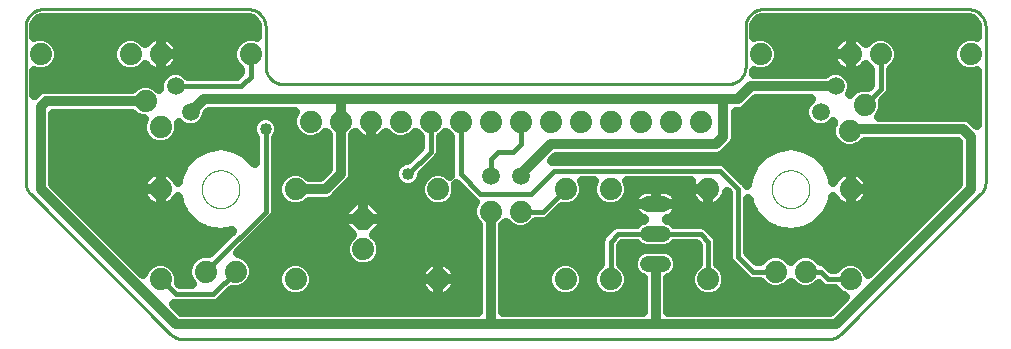
<source format=gtl>
G75*
%MOIN*%
%OFA0B0*%
%FSLAX25Y25*%
%IPPOS*%
%LPD*%
%AMOC8*
5,1,8,0,0,1.08239X$1,22.5*
%
%ADD10C,0.00000*%
%ADD11C,0.01000*%
%ADD12OC8,0.07400*%
%ADD13C,0.07400*%
%ADD14C,0.05200*%
%ADD15C,0.05937*%
%ADD16C,0.01600*%
%ADD17C,0.03200*%
%ADD18C,0.04000*%
D10*
X0063801Y0055100D02*
X0063803Y0055258D01*
X0063809Y0055416D01*
X0063819Y0055574D01*
X0063833Y0055732D01*
X0063851Y0055889D01*
X0063872Y0056046D01*
X0063898Y0056202D01*
X0063928Y0056358D01*
X0063961Y0056513D01*
X0063999Y0056666D01*
X0064040Y0056819D01*
X0064085Y0056971D01*
X0064134Y0057122D01*
X0064187Y0057271D01*
X0064243Y0057419D01*
X0064303Y0057565D01*
X0064367Y0057710D01*
X0064435Y0057853D01*
X0064506Y0057995D01*
X0064580Y0058135D01*
X0064658Y0058272D01*
X0064740Y0058408D01*
X0064824Y0058542D01*
X0064913Y0058673D01*
X0065004Y0058802D01*
X0065099Y0058929D01*
X0065196Y0059054D01*
X0065297Y0059176D01*
X0065401Y0059295D01*
X0065508Y0059412D01*
X0065618Y0059526D01*
X0065731Y0059637D01*
X0065846Y0059746D01*
X0065964Y0059851D01*
X0066085Y0059953D01*
X0066208Y0060053D01*
X0066334Y0060149D01*
X0066462Y0060242D01*
X0066592Y0060332D01*
X0066725Y0060418D01*
X0066860Y0060502D01*
X0066996Y0060581D01*
X0067135Y0060658D01*
X0067276Y0060730D01*
X0067418Y0060800D01*
X0067562Y0060865D01*
X0067708Y0060927D01*
X0067855Y0060985D01*
X0068004Y0061040D01*
X0068154Y0061091D01*
X0068305Y0061138D01*
X0068457Y0061181D01*
X0068610Y0061220D01*
X0068765Y0061256D01*
X0068920Y0061287D01*
X0069076Y0061315D01*
X0069232Y0061339D01*
X0069389Y0061359D01*
X0069547Y0061375D01*
X0069704Y0061387D01*
X0069863Y0061395D01*
X0070021Y0061399D01*
X0070179Y0061399D01*
X0070337Y0061395D01*
X0070496Y0061387D01*
X0070653Y0061375D01*
X0070811Y0061359D01*
X0070968Y0061339D01*
X0071124Y0061315D01*
X0071280Y0061287D01*
X0071435Y0061256D01*
X0071590Y0061220D01*
X0071743Y0061181D01*
X0071895Y0061138D01*
X0072046Y0061091D01*
X0072196Y0061040D01*
X0072345Y0060985D01*
X0072492Y0060927D01*
X0072638Y0060865D01*
X0072782Y0060800D01*
X0072924Y0060730D01*
X0073065Y0060658D01*
X0073204Y0060581D01*
X0073340Y0060502D01*
X0073475Y0060418D01*
X0073608Y0060332D01*
X0073738Y0060242D01*
X0073866Y0060149D01*
X0073992Y0060053D01*
X0074115Y0059953D01*
X0074236Y0059851D01*
X0074354Y0059746D01*
X0074469Y0059637D01*
X0074582Y0059526D01*
X0074692Y0059412D01*
X0074799Y0059295D01*
X0074903Y0059176D01*
X0075004Y0059054D01*
X0075101Y0058929D01*
X0075196Y0058802D01*
X0075287Y0058673D01*
X0075376Y0058542D01*
X0075460Y0058408D01*
X0075542Y0058272D01*
X0075620Y0058135D01*
X0075694Y0057995D01*
X0075765Y0057853D01*
X0075833Y0057710D01*
X0075897Y0057565D01*
X0075957Y0057419D01*
X0076013Y0057271D01*
X0076066Y0057122D01*
X0076115Y0056971D01*
X0076160Y0056819D01*
X0076201Y0056666D01*
X0076239Y0056513D01*
X0076272Y0056358D01*
X0076302Y0056202D01*
X0076328Y0056046D01*
X0076349Y0055889D01*
X0076367Y0055732D01*
X0076381Y0055574D01*
X0076391Y0055416D01*
X0076397Y0055258D01*
X0076399Y0055100D01*
X0076397Y0054942D01*
X0076391Y0054784D01*
X0076381Y0054626D01*
X0076367Y0054468D01*
X0076349Y0054311D01*
X0076328Y0054154D01*
X0076302Y0053998D01*
X0076272Y0053842D01*
X0076239Y0053687D01*
X0076201Y0053534D01*
X0076160Y0053381D01*
X0076115Y0053229D01*
X0076066Y0053078D01*
X0076013Y0052929D01*
X0075957Y0052781D01*
X0075897Y0052635D01*
X0075833Y0052490D01*
X0075765Y0052347D01*
X0075694Y0052205D01*
X0075620Y0052065D01*
X0075542Y0051928D01*
X0075460Y0051792D01*
X0075376Y0051658D01*
X0075287Y0051527D01*
X0075196Y0051398D01*
X0075101Y0051271D01*
X0075004Y0051146D01*
X0074903Y0051024D01*
X0074799Y0050905D01*
X0074692Y0050788D01*
X0074582Y0050674D01*
X0074469Y0050563D01*
X0074354Y0050454D01*
X0074236Y0050349D01*
X0074115Y0050247D01*
X0073992Y0050147D01*
X0073866Y0050051D01*
X0073738Y0049958D01*
X0073608Y0049868D01*
X0073475Y0049782D01*
X0073340Y0049698D01*
X0073204Y0049619D01*
X0073065Y0049542D01*
X0072924Y0049470D01*
X0072782Y0049400D01*
X0072638Y0049335D01*
X0072492Y0049273D01*
X0072345Y0049215D01*
X0072196Y0049160D01*
X0072046Y0049109D01*
X0071895Y0049062D01*
X0071743Y0049019D01*
X0071590Y0048980D01*
X0071435Y0048944D01*
X0071280Y0048913D01*
X0071124Y0048885D01*
X0070968Y0048861D01*
X0070811Y0048841D01*
X0070653Y0048825D01*
X0070496Y0048813D01*
X0070337Y0048805D01*
X0070179Y0048801D01*
X0070021Y0048801D01*
X0069863Y0048805D01*
X0069704Y0048813D01*
X0069547Y0048825D01*
X0069389Y0048841D01*
X0069232Y0048861D01*
X0069076Y0048885D01*
X0068920Y0048913D01*
X0068765Y0048944D01*
X0068610Y0048980D01*
X0068457Y0049019D01*
X0068305Y0049062D01*
X0068154Y0049109D01*
X0068004Y0049160D01*
X0067855Y0049215D01*
X0067708Y0049273D01*
X0067562Y0049335D01*
X0067418Y0049400D01*
X0067276Y0049470D01*
X0067135Y0049542D01*
X0066996Y0049619D01*
X0066860Y0049698D01*
X0066725Y0049782D01*
X0066592Y0049868D01*
X0066462Y0049958D01*
X0066334Y0050051D01*
X0066208Y0050147D01*
X0066085Y0050247D01*
X0065964Y0050349D01*
X0065846Y0050454D01*
X0065731Y0050563D01*
X0065618Y0050674D01*
X0065508Y0050788D01*
X0065401Y0050905D01*
X0065297Y0051024D01*
X0065196Y0051146D01*
X0065099Y0051271D01*
X0065004Y0051398D01*
X0064913Y0051527D01*
X0064824Y0051658D01*
X0064740Y0051792D01*
X0064658Y0051928D01*
X0064580Y0052065D01*
X0064506Y0052205D01*
X0064435Y0052347D01*
X0064367Y0052490D01*
X0064303Y0052635D01*
X0064243Y0052781D01*
X0064187Y0052929D01*
X0064134Y0053078D01*
X0064085Y0053229D01*
X0064040Y0053381D01*
X0063999Y0053534D01*
X0063961Y0053687D01*
X0063928Y0053842D01*
X0063898Y0053998D01*
X0063872Y0054154D01*
X0063851Y0054311D01*
X0063833Y0054468D01*
X0063819Y0054626D01*
X0063809Y0054784D01*
X0063803Y0054942D01*
X0063801Y0055100D01*
X0253801Y0055100D02*
X0253803Y0055258D01*
X0253809Y0055416D01*
X0253819Y0055574D01*
X0253833Y0055732D01*
X0253851Y0055889D01*
X0253872Y0056046D01*
X0253898Y0056202D01*
X0253928Y0056358D01*
X0253961Y0056513D01*
X0253999Y0056666D01*
X0254040Y0056819D01*
X0254085Y0056971D01*
X0254134Y0057122D01*
X0254187Y0057271D01*
X0254243Y0057419D01*
X0254303Y0057565D01*
X0254367Y0057710D01*
X0254435Y0057853D01*
X0254506Y0057995D01*
X0254580Y0058135D01*
X0254658Y0058272D01*
X0254740Y0058408D01*
X0254824Y0058542D01*
X0254913Y0058673D01*
X0255004Y0058802D01*
X0255099Y0058929D01*
X0255196Y0059054D01*
X0255297Y0059176D01*
X0255401Y0059295D01*
X0255508Y0059412D01*
X0255618Y0059526D01*
X0255731Y0059637D01*
X0255846Y0059746D01*
X0255964Y0059851D01*
X0256085Y0059953D01*
X0256208Y0060053D01*
X0256334Y0060149D01*
X0256462Y0060242D01*
X0256592Y0060332D01*
X0256725Y0060418D01*
X0256860Y0060502D01*
X0256996Y0060581D01*
X0257135Y0060658D01*
X0257276Y0060730D01*
X0257418Y0060800D01*
X0257562Y0060865D01*
X0257708Y0060927D01*
X0257855Y0060985D01*
X0258004Y0061040D01*
X0258154Y0061091D01*
X0258305Y0061138D01*
X0258457Y0061181D01*
X0258610Y0061220D01*
X0258765Y0061256D01*
X0258920Y0061287D01*
X0259076Y0061315D01*
X0259232Y0061339D01*
X0259389Y0061359D01*
X0259547Y0061375D01*
X0259704Y0061387D01*
X0259863Y0061395D01*
X0260021Y0061399D01*
X0260179Y0061399D01*
X0260337Y0061395D01*
X0260496Y0061387D01*
X0260653Y0061375D01*
X0260811Y0061359D01*
X0260968Y0061339D01*
X0261124Y0061315D01*
X0261280Y0061287D01*
X0261435Y0061256D01*
X0261590Y0061220D01*
X0261743Y0061181D01*
X0261895Y0061138D01*
X0262046Y0061091D01*
X0262196Y0061040D01*
X0262345Y0060985D01*
X0262492Y0060927D01*
X0262638Y0060865D01*
X0262782Y0060800D01*
X0262924Y0060730D01*
X0263065Y0060658D01*
X0263204Y0060581D01*
X0263340Y0060502D01*
X0263475Y0060418D01*
X0263608Y0060332D01*
X0263738Y0060242D01*
X0263866Y0060149D01*
X0263992Y0060053D01*
X0264115Y0059953D01*
X0264236Y0059851D01*
X0264354Y0059746D01*
X0264469Y0059637D01*
X0264582Y0059526D01*
X0264692Y0059412D01*
X0264799Y0059295D01*
X0264903Y0059176D01*
X0265004Y0059054D01*
X0265101Y0058929D01*
X0265196Y0058802D01*
X0265287Y0058673D01*
X0265376Y0058542D01*
X0265460Y0058408D01*
X0265542Y0058272D01*
X0265620Y0058135D01*
X0265694Y0057995D01*
X0265765Y0057853D01*
X0265833Y0057710D01*
X0265897Y0057565D01*
X0265957Y0057419D01*
X0266013Y0057271D01*
X0266066Y0057122D01*
X0266115Y0056971D01*
X0266160Y0056819D01*
X0266201Y0056666D01*
X0266239Y0056513D01*
X0266272Y0056358D01*
X0266302Y0056202D01*
X0266328Y0056046D01*
X0266349Y0055889D01*
X0266367Y0055732D01*
X0266381Y0055574D01*
X0266391Y0055416D01*
X0266397Y0055258D01*
X0266399Y0055100D01*
X0266397Y0054942D01*
X0266391Y0054784D01*
X0266381Y0054626D01*
X0266367Y0054468D01*
X0266349Y0054311D01*
X0266328Y0054154D01*
X0266302Y0053998D01*
X0266272Y0053842D01*
X0266239Y0053687D01*
X0266201Y0053534D01*
X0266160Y0053381D01*
X0266115Y0053229D01*
X0266066Y0053078D01*
X0266013Y0052929D01*
X0265957Y0052781D01*
X0265897Y0052635D01*
X0265833Y0052490D01*
X0265765Y0052347D01*
X0265694Y0052205D01*
X0265620Y0052065D01*
X0265542Y0051928D01*
X0265460Y0051792D01*
X0265376Y0051658D01*
X0265287Y0051527D01*
X0265196Y0051398D01*
X0265101Y0051271D01*
X0265004Y0051146D01*
X0264903Y0051024D01*
X0264799Y0050905D01*
X0264692Y0050788D01*
X0264582Y0050674D01*
X0264469Y0050563D01*
X0264354Y0050454D01*
X0264236Y0050349D01*
X0264115Y0050247D01*
X0263992Y0050147D01*
X0263866Y0050051D01*
X0263738Y0049958D01*
X0263608Y0049868D01*
X0263475Y0049782D01*
X0263340Y0049698D01*
X0263204Y0049619D01*
X0263065Y0049542D01*
X0262924Y0049470D01*
X0262782Y0049400D01*
X0262638Y0049335D01*
X0262492Y0049273D01*
X0262345Y0049215D01*
X0262196Y0049160D01*
X0262046Y0049109D01*
X0261895Y0049062D01*
X0261743Y0049019D01*
X0261590Y0048980D01*
X0261435Y0048944D01*
X0261280Y0048913D01*
X0261124Y0048885D01*
X0260968Y0048861D01*
X0260811Y0048841D01*
X0260653Y0048825D01*
X0260496Y0048813D01*
X0260337Y0048805D01*
X0260179Y0048801D01*
X0260021Y0048801D01*
X0259863Y0048805D01*
X0259704Y0048813D01*
X0259547Y0048825D01*
X0259389Y0048841D01*
X0259232Y0048861D01*
X0259076Y0048885D01*
X0258920Y0048913D01*
X0258765Y0048944D01*
X0258610Y0048980D01*
X0258457Y0049019D01*
X0258305Y0049062D01*
X0258154Y0049109D01*
X0258004Y0049160D01*
X0257855Y0049215D01*
X0257708Y0049273D01*
X0257562Y0049335D01*
X0257418Y0049400D01*
X0257276Y0049470D01*
X0257135Y0049542D01*
X0256996Y0049619D01*
X0256860Y0049698D01*
X0256725Y0049782D01*
X0256592Y0049868D01*
X0256462Y0049958D01*
X0256334Y0050051D01*
X0256208Y0050147D01*
X0256085Y0050247D01*
X0255964Y0050349D01*
X0255846Y0050454D01*
X0255731Y0050563D01*
X0255618Y0050674D01*
X0255508Y0050788D01*
X0255401Y0050905D01*
X0255297Y0051024D01*
X0255196Y0051146D01*
X0255099Y0051271D01*
X0255004Y0051398D01*
X0254913Y0051527D01*
X0254824Y0051658D01*
X0254740Y0051792D01*
X0254658Y0051928D01*
X0254580Y0052065D01*
X0254506Y0052205D01*
X0254435Y0052347D01*
X0254367Y0052490D01*
X0254303Y0052635D01*
X0254243Y0052781D01*
X0254187Y0052929D01*
X0254134Y0053078D01*
X0254085Y0053229D01*
X0254040Y0053381D01*
X0253999Y0053534D01*
X0253961Y0053687D01*
X0253928Y0053842D01*
X0253898Y0053998D01*
X0253872Y0054154D01*
X0253851Y0054311D01*
X0253833Y0054468D01*
X0253819Y0054626D01*
X0253809Y0054784D01*
X0253803Y0054942D01*
X0253801Y0055100D01*
D11*
X0053370Y0006830D02*
X0006830Y0053370D01*
X0005100Y0057546D02*
X0005100Y0109194D01*
X0005102Y0109346D01*
X0005108Y0109498D01*
X0005118Y0109650D01*
X0005131Y0109801D01*
X0005149Y0109952D01*
X0005170Y0110103D01*
X0005196Y0110253D01*
X0005225Y0110402D01*
X0005258Y0110551D01*
X0005295Y0110698D01*
X0005335Y0110845D01*
X0005380Y0110990D01*
X0005428Y0111134D01*
X0005480Y0111277D01*
X0005535Y0111419D01*
X0005594Y0111559D01*
X0005657Y0111698D01*
X0005723Y0111835D01*
X0005793Y0111970D01*
X0005866Y0112103D01*
X0005943Y0112234D01*
X0006023Y0112364D01*
X0006106Y0112491D01*
X0006192Y0112616D01*
X0006282Y0112739D01*
X0006375Y0112859D01*
X0006471Y0112977D01*
X0006570Y0113093D01*
X0006672Y0113206D01*
X0006776Y0113316D01*
X0006884Y0113424D01*
X0006994Y0113528D01*
X0007107Y0113630D01*
X0007223Y0113729D01*
X0007341Y0113825D01*
X0007461Y0113918D01*
X0007584Y0114008D01*
X0007709Y0114094D01*
X0007836Y0114177D01*
X0007966Y0114257D01*
X0008097Y0114334D01*
X0008230Y0114407D01*
X0008365Y0114477D01*
X0008502Y0114543D01*
X0008641Y0114606D01*
X0008781Y0114665D01*
X0008923Y0114720D01*
X0009066Y0114772D01*
X0009210Y0114820D01*
X0009355Y0114865D01*
X0009502Y0114905D01*
X0009649Y0114942D01*
X0009798Y0114975D01*
X0009947Y0115004D01*
X0010097Y0115030D01*
X0010248Y0115051D01*
X0010399Y0115069D01*
X0010550Y0115082D01*
X0010702Y0115092D01*
X0010854Y0115098D01*
X0011006Y0115100D01*
X0079194Y0115100D01*
X0079346Y0115098D01*
X0079498Y0115092D01*
X0079650Y0115082D01*
X0079801Y0115069D01*
X0079952Y0115051D01*
X0080103Y0115030D01*
X0080253Y0115004D01*
X0080402Y0114975D01*
X0080551Y0114942D01*
X0080698Y0114905D01*
X0080845Y0114865D01*
X0080990Y0114820D01*
X0081134Y0114772D01*
X0081277Y0114720D01*
X0081419Y0114665D01*
X0081559Y0114606D01*
X0081698Y0114543D01*
X0081835Y0114477D01*
X0081970Y0114407D01*
X0082103Y0114334D01*
X0082234Y0114257D01*
X0082364Y0114177D01*
X0082491Y0114094D01*
X0082616Y0114008D01*
X0082739Y0113918D01*
X0082859Y0113825D01*
X0082977Y0113729D01*
X0083093Y0113630D01*
X0083206Y0113528D01*
X0083316Y0113424D01*
X0083424Y0113316D01*
X0083528Y0113206D01*
X0083630Y0113093D01*
X0083729Y0112977D01*
X0083825Y0112859D01*
X0083918Y0112739D01*
X0084008Y0112616D01*
X0084094Y0112491D01*
X0084177Y0112364D01*
X0084257Y0112234D01*
X0084334Y0112103D01*
X0084407Y0111970D01*
X0084477Y0111835D01*
X0084543Y0111698D01*
X0084606Y0111559D01*
X0084665Y0111419D01*
X0084720Y0111277D01*
X0084772Y0111134D01*
X0084820Y0110990D01*
X0084865Y0110845D01*
X0084905Y0110698D01*
X0084942Y0110551D01*
X0084975Y0110402D01*
X0085004Y0110253D01*
X0085030Y0110103D01*
X0085051Y0109952D01*
X0085069Y0109801D01*
X0085082Y0109650D01*
X0085092Y0109498D01*
X0085098Y0109346D01*
X0085100Y0109194D01*
X0085100Y0096006D01*
X0085102Y0095854D01*
X0085108Y0095702D01*
X0085118Y0095550D01*
X0085131Y0095399D01*
X0085149Y0095248D01*
X0085170Y0095097D01*
X0085196Y0094947D01*
X0085225Y0094798D01*
X0085258Y0094649D01*
X0085295Y0094502D01*
X0085335Y0094355D01*
X0085380Y0094210D01*
X0085428Y0094066D01*
X0085480Y0093923D01*
X0085535Y0093781D01*
X0085594Y0093641D01*
X0085657Y0093502D01*
X0085723Y0093365D01*
X0085793Y0093230D01*
X0085866Y0093097D01*
X0085943Y0092966D01*
X0086023Y0092836D01*
X0086106Y0092709D01*
X0086192Y0092584D01*
X0086282Y0092461D01*
X0086375Y0092341D01*
X0086471Y0092223D01*
X0086570Y0092107D01*
X0086672Y0091994D01*
X0086776Y0091884D01*
X0086884Y0091776D01*
X0086994Y0091672D01*
X0087107Y0091570D01*
X0087223Y0091471D01*
X0087341Y0091375D01*
X0087461Y0091282D01*
X0087584Y0091192D01*
X0087709Y0091106D01*
X0087836Y0091023D01*
X0087966Y0090943D01*
X0088097Y0090866D01*
X0088230Y0090793D01*
X0088365Y0090723D01*
X0088502Y0090657D01*
X0088641Y0090594D01*
X0088781Y0090535D01*
X0088923Y0090480D01*
X0089066Y0090428D01*
X0089210Y0090380D01*
X0089355Y0090335D01*
X0089502Y0090295D01*
X0089649Y0090258D01*
X0089798Y0090225D01*
X0089947Y0090196D01*
X0090097Y0090170D01*
X0090248Y0090149D01*
X0090399Y0090131D01*
X0090550Y0090118D01*
X0090702Y0090108D01*
X0090854Y0090102D01*
X0091006Y0090100D01*
X0239194Y0090100D01*
X0239346Y0090102D01*
X0239498Y0090108D01*
X0239650Y0090118D01*
X0239801Y0090131D01*
X0239952Y0090149D01*
X0240103Y0090170D01*
X0240253Y0090196D01*
X0240402Y0090225D01*
X0240551Y0090258D01*
X0240698Y0090295D01*
X0240845Y0090335D01*
X0240990Y0090380D01*
X0241134Y0090428D01*
X0241277Y0090480D01*
X0241419Y0090535D01*
X0241559Y0090594D01*
X0241698Y0090657D01*
X0241835Y0090723D01*
X0241970Y0090793D01*
X0242103Y0090866D01*
X0242234Y0090943D01*
X0242364Y0091023D01*
X0242491Y0091106D01*
X0242616Y0091192D01*
X0242739Y0091282D01*
X0242859Y0091375D01*
X0242977Y0091471D01*
X0243093Y0091570D01*
X0243206Y0091672D01*
X0243316Y0091776D01*
X0243424Y0091884D01*
X0243528Y0091994D01*
X0243630Y0092107D01*
X0243729Y0092223D01*
X0243825Y0092341D01*
X0243918Y0092461D01*
X0244008Y0092584D01*
X0244094Y0092709D01*
X0244177Y0092836D01*
X0244257Y0092966D01*
X0244334Y0093097D01*
X0244407Y0093230D01*
X0244477Y0093365D01*
X0244543Y0093502D01*
X0244606Y0093641D01*
X0244665Y0093781D01*
X0244720Y0093923D01*
X0244772Y0094066D01*
X0244820Y0094210D01*
X0244865Y0094355D01*
X0244905Y0094502D01*
X0244942Y0094649D01*
X0244975Y0094798D01*
X0245004Y0094947D01*
X0245030Y0095097D01*
X0245051Y0095248D01*
X0245069Y0095399D01*
X0245082Y0095550D01*
X0245092Y0095702D01*
X0245098Y0095854D01*
X0245100Y0096006D01*
X0245100Y0109194D01*
X0245102Y0109346D01*
X0245108Y0109498D01*
X0245118Y0109650D01*
X0245131Y0109801D01*
X0245149Y0109952D01*
X0245170Y0110103D01*
X0245196Y0110253D01*
X0245225Y0110402D01*
X0245258Y0110551D01*
X0245295Y0110698D01*
X0245335Y0110845D01*
X0245380Y0110990D01*
X0245428Y0111134D01*
X0245480Y0111277D01*
X0245535Y0111419D01*
X0245594Y0111559D01*
X0245657Y0111698D01*
X0245723Y0111835D01*
X0245793Y0111970D01*
X0245866Y0112103D01*
X0245943Y0112234D01*
X0246023Y0112364D01*
X0246106Y0112491D01*
X0246192Y0112616D01*
X0246282Y0112739D01*
X0246375Y0112859D01*
X0246471Y0112977D01*
X0246570Y0113093D01*
X0246672Y0113206D01*
X0246776Y0113316D01*
X0246884Y0113424D01*
X0246994Y0113528D01*
X0247107Y0113630D01*
X0247223Y0113729D01*
X0247341Y0113825D01*
X0247461Y0113918D01*
X0247584Y0114008D01*
X0247709Y0114094D01*
X0247836Y0114177D01*
X0247966Y0114257D01*
X0248097Y0114334D01*
X0248230Y0114407D01*
X0248365Y0114477D01*
X0248502Y0114543D01*
X0248641Y0114606D01*
X0248781Y0114665D01*
X0248923Y0114720D01*
X0249066Y0114772D01*
X0249210Y0114820D01*
X0249355Y0114865D01*
X0249502Y0114905D01*
X0249649Y0114942D01*
X0249798Y0114975D01*
X0249947Y0115004D01*
X0250097Y0115030D01*
X0250248Y0115051D01*
X0250399Y0115069D01*
X0250550Y0115082D01*
X0250702Y0115092D01*
X0250854Y0115098D01*
X0251006Y0115100D01*
X0319194Y0115100D01*
X0319346Y0115098D01*
X0319498Y0115092D01*
X0319650Y0115082D01*
X0319801Y0115069D01*
X0319952Y0115051D01*
X0320103Y0115030D01*
X0320253Y0115004D01*
X0320402Y0114975D01*
X0320551Y0114942D01*
X0320698Y0114905D01*
X0320845Y0114865D01*
X0320990Y0114820D01*
X0321134Y0114772D01*
X0321277Y0114720D01*
X0321419Y0114665D01*
X0321559Y0114606D01*
X0321698Y0114543D01*
X0321835Y0114477D01*
X0321970Y0114407D01*
X0322103Y0114334D01*
X0322234Y0114257D01*
X0322364Y0114177D01*
X0322491Y0114094D01*
X0322616Y0114008D01*
X0322739Y0113918D01*
X0322859Y0113825D01*
X0322977Y0113729D01*
X0323093Y0113630D01*
X0323206Y0113528D01*
X0323316Y0113424D01*
X0323424Y0113316D01*
X0323528Y0113206D01*
X0323630Y0113093D01*
X0323729Y0112977D01*
X0323825Y0112859D01*
X0323918Y0112739D01*
X0324008Y0112616D01*
X0324094Y0112491D01*
X0324177Y0112364D01*
X0324257Y0112234D01*
X0324334Y0112103D01*
X0324407Y0111970D01*
X0324477Y0111835D01*
X0324543Y0111698D01*
X0324606Y0111559D01*
X0324665Y0111419D01*
X0324720Y0111277D01*
X0324772Y0111134D01*
X0324820Y0110990D01*
X0324865Y0110845D01*
X0324905Y0110698D01*
X0324942Y0110551D01*
X0324975Y0110402D01*
X0325004Y0110253D01*
X0325030Y0110103D01*
X0325051Y0109952D01*
X0325069Y0109801D01*
X0325082Y0109650D01*
X0325092Y0109498D01*
X0325098Y0109346D01*
X0325100Y0109194D01*
X0325100Y0057546D01*
X0325098Y0057396D01*
X0325092Y0057247D01*
X0325083Y0057098D01*
X0325070Y0056949D01*
X0325053Y0056800D01*
X0325032Y0056652D01*
X0325007Y0056504D01*
X0324979Y0056357D01*
X0324947Y0056211D01*
X0324911Y0056066D01*
X0324872Y0055921D01*
X0324829Y0055778D01*
X0324783Y0055636D01*
X0324732Y0055495D01*
X0324679Y0055355D01*
X0324621Y0055217D01*
X0324561Y0055080D01*
X0324496Y0054945D01*
X0324429Y0054812D01*
X0324358Y0054680D01*
X0324284Y0054550D01*
X0324206Y0054422D01*
X0324125Y0054296D01*
X0324041Y0054172D01*
X0323954Y0054050D01*
X0323864Y0053931D01*
X0323771Y0053814D01*
X0323675Y0053699D01*
X0323576Y0053587D01*
X0323475Y0053477D01*
X0323370Y0053370D01*
X0276830Y0006830D01*
X0272654Y0005100D02*
X0057546Y0005100D01*
X0057396Y0005102D01*
X0057247Y0005108D01*
X0057098Y0005117D01*
X0056949Y0005130D01*
X0056800Y0005147D01*
X0056652Y0005168D01*
X0056504Y0005193D01*
X0056357Y0005221D01*
X0056211Y0005253D01*
X0056066Y0005289D01*
X0055921Y0005328D01*
X0055778Y0005371D01*
X0055636Y0005417D01*
X0055495Y0005468D01*
X0055355Y0005521D01*
X0055217Y0005579D01*
X0055080Y0005639D01*
X0054945Y0005704D01*
X0054812Y0005771D01*
X0054680Y0005842D01*
X0054550Y0005916D01*
X0054422Y0005994D01*
X0054296Y0006075D01*
X0054172Y0006159D01*
X0054050Y0006246D01*
X0053931Y0006336D01*
X0053814Y0006429D01*
X0053699Y0006525D01*
X0053587Y0006624D01*
X0053477Y0006725D01*
X0053370Y0006830D01*
X0006829Y0053370D02*
X0006724Y0053477D01*
X0006623Y0053587D01*
X0006524Y0053699D01*
X0006428Y0053814D01*
X0006335Y0053931D01*
X0006245Y0054050D01*
X0006158Y0054172D01*
X0006074Y0054296D01*
X0005993Y0054422D01*
X0005915Y0054550D01*
X0005841Y0054680D01*
X0005770Y0054812D01*
X0005703Y0054945D01*
X0005638Y0055080D01*
X0005578Y0055217D01*
X0005520Y0055355D01*
X0005467Y0055495D01*
X0005416Y0055636D01*
X0005370Y0055778D01*
X0005327Y0055921D01*
X0005288Y0056066D01*
X0005252Y0056211D01*
X0005220Y0056357D01*
X0005192Y0056504D01*
X0005167Y0056652D01*
X0005146Y0056800D01*
X0005129Y0056949D01*
X0005116Y0057098D01*
X0005107Y0057247D01*
X0005101Y0057396D01*
X0005099Y0057546D01*
X0272654Y0005099D02*
X0272804Y0005101D01*
X0272953Y0005107D01*
X0273102Y0005116D01*
X0273251Y0005129D01*
X0273400Y0005146D01*
X0273548Y0005167D01*
X0273696Y0005192D01*
X0273843Y0005220D01*
X0273989Y0005252D01*
X0274134Y0005288D01*
X0274279Y0005327D01*
X0274422Y0005370D01*
X0274564Y0005416D01*
X0274705Y0005467D01*
X0274845Y0005520D01*
X0274983Y0005578D01*
X0275120Y0005638D01*
X0275255Y0005703D01*
X0275388Y0005770D01*
X0275520Y0005841D01*
X0275650Y0005915D01*
X0275778Y0005993D01*
X0275904Y0006074D01*
X0276028Y0006158D01*
X0276150Y0006245D01*
X0276269Y0006335D01*
X0276386Y0006428D01*
X0276501Y0006524D01*
X0276613Y0006623D01*
X0276723Y0006724D01*
X0276830Y0006829D01*
D12*
X0117600Y0045100D03*
D13*
X0117600Y0035100D03*
X0095100Y0025100D03*
X0075100Y0027600D03*
X0065100Y0027600D03*
X0050100Y0025100D03*
X0050100Y0055100D03*
X0095100Y0055100D03*
X0142600Y0055100D03*
X0160100Y0047600D03*
X0170100Y0047600D03*
X0185100Y0055100D03*
X0200100Y0055100D03*
X0232600Y0055100D03*
X0280100Y0055100D03*
X0279765Y0074520D03*
X0284765Y0083180D03*
X0280100Y0100100D03*
X0290100Y0100100D03*
X0320100Y0100100D03*
X0250100Y0100100D03*
X0230100Y0077600D03*
X0220100Y0077600D03*
X0210100Y0077600D03*
X0200100Y0077600D03*
X0190100Y0077600D03*
X0180100Y0077600D03*
X0170100Y0077600D03*
X0160100Y0077600D03*
X0150100Y0077600D03*
X0140100Y0077600D03*
X0130100Y0077600D03*
X0120100Y0077600D03*
X0110100Y0077600D03*
X0100100Y0077600D03*
X0050100Y0075770D03*
X0045100Y0084430D03*
X0040100Y0100100D03*
X0050100Y0100100D03*
X0080100Y0100100D03*
X0010100Y0100100D03*
X0142600Y0025100D03*
X0185100Y0025100D03*
X0200100Y0025100D03*
X0232600Y0025100D03*
X0255100Y0027600D03*
X0265100Y0027600D03*
X0280100Y0025100D03*
D14*
X0217700Y0030100D02*
X0212500Y0030100D01*
X0212500Y0040100D02*
X0217700Y0040100D01*
X0217700Y0050100D02*
X0212500Y0050100D01*
D15*
X0170100Y0059569D03*
X0160100Y0059569D03*
X0060100Y0080770D03*
X0055100Y0089430D03*
X0270100Y0080770D03*
X0275100Y0089430D03*
D16*
X0284765Y0083180D02*
X0290100Y0088515D01*
X0290100Y0100100D01*
X0242600Y0055100D02*
X0236616Y0061084D01*
X0181084Y0061084D01*
X0173584Y0053584D01*
X0156616Y0053584D01*
X0150100Y0060100D01*
X0150100Y0077600D01*
X0140100Y0077600D02*
X0140100Y0067600D01*
X0132600Y0060100D01*
X0160100Y0059569D02*
X0160100Y0065100D01*
X0162600Y0067600D01*
X0167600Y0067600D01*
X0170100Y0070100D01*
X0170100Y0077600D01*
X0185100Y0055100D02*
X0177600Y0047600D01*
X0170100Y0047600D01*
X0200100Y0037600D02*
X0202600Y0040100D01*
X0215100Y0040100D01*
X0230100Y0040100D01*
X0232600Y0037600D01*
X0232600Y0025100D01*
X0242600Y0032600D02*
X0247600Y0027600D01*
X0255100Y0027600D01*
X0265100Y0027600D02*
X0270100Y0027600D01*
X0272600Y0025100D01*
X0280100Y0025100D01*
X0242600Y0032600D02*
X0242600Y0055100D01*
X0200100Y0037600D02*
X0200100Y0025100D01*
X0085100Y0047600D02*
X0085100Y0075100D01*
X0076930Y0089430D02*
X0055100Y0089430D01*
X0076930Y0089430D02*
X0077600Y0090100D01*
X0080100Y0092600D01*
X0080100Y0100100D01*
X0085100Y0047600D02*
X0067600Y0030100D01*
X0065100Y0027600D01*
X0067600Y0020100D02*
X0075100Y0027600D01*
X0067600Y0020100D02*
X0055100Y0020100D01*
X0050100Y0025100D01*
D17*
X0044242Y0026898D02*
X0014300Y0056840D01*
X0014300Y0080230D01*
X0040673Y0080230D01*
X0041645Y0079259D01*
X0043887Y0078330D01*
X0044558Y0078330D01*
X0044000Y0076983D01*
X0044000Y0074556D01*
X0044929Y0072314D01*
X0046645Y0070599D01*
X0048887Y0069670D01*
X0051313Y0069670D01*
X0053555Y0070599D01*
X0055271Y0072314D01*
X0056200Y0074556D01*
X0056200Y0076983D01*
X0056133Y0077144D01*
X0057059Y0076219D01*
X0059032Y0075401D01*
X0061168Y0075401D01*
X0063141Y0076219D01*
X0064651Y0077729D01*
X0065468Y0079702D01*
X0065468Y0080199D01*
X0066170Y0080900D01*
X0094864Y0080900D01*
X0094000Y0078813D01*
X0094000Y0076387D01*
X0094929Y0074145D01*
X0096645Y0072429D01*
X0098887Y0071500D01*
X0101313Y0071500D01*
X0103555Y0072429D01*
X0105100Y0073973D01*
X0105900Y0073173D01*
X0105900Y0061840D01*
X0103360Y0059300D01*
X0099527Y0059300D01*
X0098555Y0060271D01*
X0096313Y0061200D01*
X0093887Y0061200D01*
X0091645Y0060271D01*
X0089929Y0058555D01*
X0089000Y0056313D01*
X0089000Y0053887D01*
X0089929Y0051645D01*
X0091645Y0049929D01*
X0093887Y0049000D01*
X0096313Y0049000D01*
X0098555Y0049929D01*
X0099527Y0050900D01*
X0105935Y0050900D01*
X0107479Y0051539D01*
X0108661Y0052721D01*
X0113661Y0057721D01*
X0114300Y0059265D01*
X0114300Y0073173D01*
X0115012Y0073885D01*
X0115295Y0073496D01*
X0115996Y0072795D01*
X0116798Y0072212D01*
X0117682Y0071762D01*
X0118625Y0071455D01*
X0119604Y0071300D01*
X0120100Y0071300D01*
X0120596Y0071300D01*
X0121575Y0071455D01*
X0122518Y0071762D01*
X0123402Y0072212D01*
X0124204Y0072795D01*
X0124905Y0073496D01*
X0125188Y0073885D01*
X0126645Y0072429D01*
X0128887Y0071500D01*
X0131313Y0071500D01*
X0133555Y0072429D01*
X0135100Y0073973D01*
X0136645Y0072429D01*
X0136700Y0072406D01*
X0136700Y0069008D01*
X0132392Y0064700D01*
X0131685Y0064700D01*
X0129994Y0064000D01*
X0128700Y0062706D01*
X0128000Y0061015D01*
X0128000Y0059185D01*
X0128700Y0057494D01*
X0129994Y0056200D01*
X0131685Y0055500D01*
X0133515Y0055500D01*
X0135206Y0056200D01*
X0136500Y0057494D01*
X0137200Y0059185D01*
X0137200Y0059892D01*
X0142982Y0065674D01*
X0143500Y0066924D01*
X0143500Y0072406D01*
X0143555Y0072429D01*
X0145100Y0073973D01*
X0146645Y0072429D01*
X0146700Y0072406D01*
X0146700Y0059627D01*
X0146055Y0060271D01*
X0143813Y0061200D01*
X0141387Y0061200D01*
X0139145Y0060271D01*
X0137429Y0058555D01*
X0136500Y0056313D01*
X0136500Y0053887D01*
X0137429Y0051645D01*
X0139145Y0049929D01*
X0141387Y0049000D01*
X0143813Y0049000D01*
X0146055Y0049929D01*
X0147771Y0051645D01*
X0148700Y0053887D01*
X0148700Y0056313D01*
X0148432Y0056959D01*
X0153733Y0051658D01*
X0154690Y0050702D01*
X0154769Y0050669D01*
X0154000Y0048813D01*
X0154000Y0046387D01*
X0154929Y0044145D01*
X0155900Y0043173D01*
X0155900Y0014300D01*
X0056840Y0014300D01*
X0054440Y0016700D01*
X0068276Y0016700D01*
X0069526Y0017218D01*
X0070482Y0018174D01*
X0073831Y0021523D01*
X0073887Y0021500D01*
X0076313Y0021500D01*
X0078555Y0022429D01*
X0080271Y0024145D01*
X0081200Y0026387D01*
X0081200Y0028813D01*
X0080271Y0031055D01*
X0078555Y0032771D01*
X0076313Y0033700D01*
X0076008Y0033700D01*
X0087026Y0044718D01*
X0087982Y0045674D01*
X0088500Y0046924D01*
X0088500Y0071995D01*
X0089000Y0072494D01*
X0089700Y0074185D01*
X0089700Y0076015D01*
X0089000Y0077706D01*
X0087706Y0079000D01*
X0086015Y0079700D01*
X0084185Y0079700D01*
X0082494Y0079000D01*
X0081200Y0077706D01*
X0080500Y0076015D01*
X0080500Y0074185D01*
X0081200Y0072494D01*
X0081700Y0071995D01*
X0081700Y0063893D01*
X0078682Y0066912D01*
X0078682Y0066912D01*
X0074612Y0068985D01*
X0074612Y0068985D01*
X0070100Y0069700D01*
X0065588Y0068985D01*
X0061518Y0066912D01*
X0058288Y0063682D01*
X0058288Y0063682D01*
X0056215Y0059612D01*
X0056215Y0059612D01*
X0055896Y0057601D01*
X0055488Y0058402D01*
X0054905Y0059204D01*
X0054204Y0059905D01*
X0053402Y0060488D01*
X0052518Y0060938D01*
X0051575Y0061245D01*
X0050596Y0061400D01*
X0050100Y0061400D01*
X0050100Y0055100D01*
X0050100Y0055100D01*
X0050100Y0055100D01*
X0043800Y0055100D01*
X0043800Y0055596D01*
X0043955Y0056575D01*
X0044262Y0057518D01*
X0044712Y0058402D01*
X0045295Y0059204D01*
X0045996Y0059905D01*
X0046798Y0060488D01*
X0047682Y0060938D01*
X0048625Y0061245D01*
X0049604Y0061400D01*
X0050100Y0061400D01*
X0050100Y0055100D01*
X0050100Y0048800D01*
X0050596Y0048800D01*
X0051575Y0048955D01*
X0052518Y0049262D01*
X0053402Y0049712D01*
X0054204Y0050295D01*
X0054905Y0050996D01*
X0055488Y0051798D01*
X0055896Y0052599D01*
X0056215Y0050588D01*
X0058288Y0046518D01*
X0061518Y0043288D01*
X0061518Y0043288D01*
X0065588Y0041215D01*
X0070100Y0040500D01*
X0073774Y0041082D01*
X0066369Y0033677D01*
X0066313Y0033700D01*
X0063887Y0033700D01*
X0061645Y0032771D01*
X0059929Y0031055D01*
X0059000Y0028813D01*
X0059000Y0026387D01*
X0059929Y0024145D01*
X0060573Y0023500D01*
X0056508Y0023500D01*
X0056177Y0023831D01*
X0056200Y0023887D01*
X0056200Y0026313D01*
X0055271Y0028555D01*
X0053555Y0030271D01*
X0051313Y0031200D01*
X0048887Y0031200D01*
X0046645Y0030271D01*
X0044929Y0028555D01*
X0044242Y0026898D01*
X0045369Y0028996D02*
X0042144Y0028996D01*
X0038945Y0032194D02*
X0061068Y0032194D01*
X0059076Y0028996D02*
X0054831Y0028996D01*
X0056200Y0025797D02*
X0059244Y0025797D01*
X0071709Y0019400D02*
X0092920Y0019400D01*
X0093887Y0019000D02*
X0096313Y0019000D01*
X0098555Y0019929D01*
X0100271Y0021645D01*
X0101200Y0023887D01*
X0101200Y0026313D01*
X0100271Y0028555D01*
X0098555Y0030271D01*
X0096313Y0031200D01*
X0093887Y0031200D01*
X0091645Y0030271D01*
X0089929Y0028555D01*
X0089000Y0026313D01*
X0089000Y0023887D01*
X0089929Y0021645D01*
X0091645Y0019929D01*
X0093887Y0019000D01*
X0097280Y0019400D02*
X0139909Y0019400D01*
X0140182Y0019262D02*
X0141125Y0018955D01*
X0142104Y0018800D01*
X0142600Y0018800D01*
X0143096Y0018800D01*
X0144075Y0018955D01*
X0145018Y0019262D01*
X0145902Y0019712D01*
X0146704Y0020295D01*
X0147405Y0020996D01*
X0147988Y0021798D01*
X0148438Y0022682D01*
X0148745Y0023625D01*
X0148900Y0024604D01*
X0148900Y0025100D01*
X0148900Y0025596D01*
X0148745Y0026575D01*
X0148438Y0027518D01*
X0147988Y0028402D01*
X0147405Y0029204D01*
X0146704Y0029905D01*
X0145902Y0030488D01*
X0145018Y0030938D01*
X0144075Y0031245D01*
X0143096Y0031400D01*
X0142600Y0031400D01*
X0142600Y0025100D01*
X0142600Y0025100D01*
X0148900Y0025100D01*
X0142600Y0025100D01*
X0142600Y0025100D01*
X0142600Y0025100D01*
X0136300Y0025100D01*
X0136300Y0025596D01*
X0136455Y0026575D01*
X0136762Y0027518D01*
X0137212Y0028402D01*
X0137795Y0029204D01*
X0138496Y0029905D01*
X0139298Y0030488D01*
X0140182Y0030938D01*
X0141125Y0031245D01*
X0142104Y0031400D01*
X0142600Y0031400D01*
X0142600Y0025100D01*
X0142600Y0018800D01*
X0142600Y0025100D01*
X0142600Y0025100D01*
X0136300Y0025100D01*
X0136300Y0024604D01*
X0136455Y0023625D01*
X0136762Y0022682D01*
X0137212Y0021798D01*
X0137795Y0020996D01*
X0138496Y0020295D01*
X0139298Y0019712D01*
X0140182Y0019262D01*
X0142600Y0019400D02*
X0142600Y0019400D01*
X0145291Y0019400D02*
X0155900Y0019400D01*
X0155900Y0022599D02*
X0148396Y0022599D01*
X0142600Y0022599D02*
X0142600Y0022599D01*
X0136804Y0022599D02*
X0100667Y0022599D01*
X0101200Y0025797D02*
X0136332Y0025797D01*
X0142600Y0025797D02*
X0142600Y0025797D01*
X0148868Y0025797D02*
X0155900Y0025797D01*
X0164300Y0025797D02*
X0179000Y0025797D01*
X0179000Y0026313D02*
X0179000Y0023887D01*
X0179929Y0021645D01*
X0181645Y0019929D01*
X0183887Y0019000D01*
X0186313Y0019000D01*
X0188555Y0019929D01*
X0190271Y0021645D01*
X0191200Y0023887D01*
X0191200Y0026313D01*
X0190271Y0028555D01*
X0188555Y0030271D01*
X0186313Y0031200D01*
X0183887Y0031200D01*
X0181645Y0030271D01*
X0179929Y0028555D01*
X0179000Y0026313D01*
X0180369Y0028996D02*
X0164300Y0028996D01*
X0164300Y0032194D02*
X0196700Y0032194D01*
X0196700Y0030294D02*
X0196645Y0030271D01*
X0194929Y0028555D01*
X0194000Y0026313D01*
X0194000Y0023887D01*
X0194929Y0021645D01*
X0196645Y0019929D01*
X0198887Y0019000D01*
X0201313Y0019000D01*
X0203555Y0019929D01*
X0205271Y0021645D01*
X0206200Y0023887D01*
X0206200Y0026313D01*
X0205271Y0028555D01*
X0203555Y0030271D01*
X0203500Y0030294D01*
X0203500Y0036192D01*
X0204008Y0036700D01*
X0208829Y0036700D01*
X0209668Y0035861D01*
X0211505Y0035100D01*
X0218695Y0035100D01*
X0220532Y0035861D01*
X0221371Y0036700D01*
X0228692Y0036700D01*
X0229200Y0036192D01*
X0229200Y0030294D01*
X0229145Y0030271D01*
X0227429Y0028555D01*
X0226500Y0026313D01*
X0226500Y0023887D01*
X0227429Y0021645D01*
X0229145Y0019929D01*
X0231387Y0019000D01*
X0233813Y0019000D01*
X0236055Y0019929D01*
X0237771Y0021645D01*
X0238700Y0023887D01*
X0238700Y0026313D01*
X0237771Y0028555D01*
X0236055Y0030271D01*
X0236000Y0030294D01*
X0236000Y0038276D01*
X0235482Y0039526D01*
X0232982Y0042026D01*
X0232026Y0042982D01*
X0230776Y0043500D01*
X0221371Y0043500D01*
X0220532Y0044339D01*
X0218882Y0045022D01*
X0218918Y0045028D01*
X0219696Y0045281D01*
X0220425Y0045653D01*
X0221088Y0046134D01*
X0221666Y0046712D01*
X0222147Y0047375D01*
X0222519Y0048104D01*
X0222772Y0048882D01*
X0222900Y0049691D01*
X0222900Y0050100D01*
X0222900Y0050509D01*
X0222772Y0051318D01*
X0222519Y0052096D01*
X0222147Y0052825D01*
X0221666Y0053488D01*
X0221088Y0054066D01*
X0220425Y0054547D01*
X0219696Y0054919D01*
X0218918Y0055172D01*
X0218109Y0055300D01*
X0215100Y0055300D01*
X0215100Y0050100D01*
X0215100Y0050100D01*
X0222900Y0050100D01*
X0215100Y0050100D01*
X0215100Y0050100D01*
X0215100Y0050100D01*
X0207300Y0050100D01*
X0207300Y0050509D01*
X0207428Y0051318D01*
X0207681Y0052096D01*
X0208053Y0052825D01*
X0208534Y0053488D01*
X0209112Y0054066D01*
X0209775Y0054547D01*
X0210504Y0054919D01*
X0211282Y0055172D01*
X0212091Y0055300D01*
X0215100Y0055300D01*
X0215100Y0050100D01*
X0207300Y0050100D01*
X0207300Y0049691D01*
X0207428Y0048882D01*
X0207681Y0048104D01*
X0208053Y0047375D01*
X0208534Y0046712D01*
X0209112Y0046134D01*
X0209775Y0045653D01*
X0210504Y0045281D01*
X0211282Y0045028D01*
X0211318Y0045022D01*
X0209668Y0044339D01*
X0208829Y0043500D01*
X0201924Y0043500D01*
X0200674Y0042982D01*
X0199718Y0042026D01*
X0197218Y0039526D01*
X0196700Y0038276D01*
X0196700Y0030294D01*
X0195369Y0028996D02*
X0189831Y0028996D01*
X0191200Y0025797D02*
X0194000Y0025797D01*
X0194533Y0022599D02*
X0190667Y0022599D01*
X0187280Y0019400D02*
X0197920Y0019400D01*
X0202280Y0019400D02*
X0210900Y0019400D01*
X0210900Y0022599D02*
X0205667Y0022599D01*
X0206200Y0025797D02*
X0209822Y0025797D01*
X0209668Y0025861D02*
X0210900Y0025351D01*
X0210900Y0014300D01*
X0164300Y0014300D01*
X0164300Y0043173D01*
X0165100Y0043973D01*
X0166645Y0042429D01*
X0168887Y0041500D01*
X0171313Y0041500D01*
X0173555Y0042429D01*
X0175271Y0044145D01*
X0175294Y0044200D01*
X0178276Y0044200D01*
X0179526Y0044718D01*
X0183831Y0049023D01*
X0183887Y0049000D01*
X0186313Y0049000D01*
X0188555Y0049929D01*
X0190271Y0051645D01*
X0191200Y0053887D01*
X0191200Y0056313D01*
X0190632Y0057684D01*
X0194568Y0057684D01*
X0194000Y0056313D01*
X0194000Y0053887D01*
X0194929Y0051645D01*
X0196645Y0049929D01*
X0198887Y0049000D01*
X0201313Y0049000D01*
X0203555Y0049929D01*
X0205271Y0051645D01*
X0206200Y0053887D01*
X0206200Y0056313D01*
X0205632Y0057684D01*
X0226846Y0057684D01*
X0226762Y0057518D01*
X0226455Y0056575D01*
X0226300Y0055596D01*
X0226300Y0055100D01*
X0232600Y0055100D01*
X0232600Y0048800D01*
X0233096Y0048800D01*
X0234075Y0048955D01*
X0235018Y0049262D01*
X0235902Y0049712D01*
X0236704Y0050295D01*
X0237405Y0050996D01*
X0237988Y0051798D01*
X0238438Y0052682D01*
X0238745Y0053625D01*
X0238816Y0054075D01*
X0239200Y0053692D01*
X0239200Y0031924D01*
X0239718Y0030674D01*
X0244718Y0025674D01*
X0245674Y0024718D01*
X0246924Y0024200D01*
X0249906Y0024200D01*
X0249929Y0024145D01*
X0251645Y0022429D01*
X0253887Y0021500D01*
X0256313Y0021500D01*
X0258555Y0022429D01*
X0260100Y0023973D01*
X0261645Y0022429D01*
X0263887Y0021500D01*
X0266313Y0021500D01*
X0268555Y0022429D01*
X0269509Y0023382D01*
X0270674Y0022218D01*
X0271924Y0021700D01*
X0274906Y0021700D01*
X0274929Y0021645D01*
X0276645Y0019929D01*
X0278302Y0019242D01*
X0273360Y0014300D01*
X0219300Y0014300D01*
X0219300Y0025351D01*
X0220532Y0025861D01*
X0221939Y0027268D01*
X0222700Y0029105D01*
X0222700Y0031095D01*
X0221939Y0032932D01*
X0220532Y0034339D01*
X0218695Y0035100D01*
X0211505Y0035100D01*
X0209668Y0034339D01*
X0208261Y0032932D01*
X0207500Y0031095D01*
X0207500Y0029105D01*
X0208261Y0027268D01*
X0209668Y0025861D01*
X0207545Y0028996D02*
X0204831Y0028996D01*
X0203500Y0032194D02*
X0207956Y0032194D01*
X0210799Y0035393D02*
X0203500Y0035393D01*
X0196700Y0035393D02*
X0164300Y0035393D01*
X0155900Y0035393D02*
X0123700Y0035393D01*
X0123700Y0036313D02*
X0123700Y0033887D01*
X0122771Y0031645D01*
X0121055Y0029929D01*
X0118813Y0029000D01*
X0116387Y0029000D01*
X0114145Y0029929D01*
X0112429Y0031645D01*
X0111500Y0033887D01*
X0111500Y0036313D01*
X0112429Y0038555D01*
X0113832Y0039959D01*
X0111300Y0042490D01*
X0111300Y0045100D01*
X0117600Y0045100D01*
X0117600Y0045100D01*
X0117600Y0051400D01*
X0120210Y0051400D01*
X0123900Y0047710D01*
X0123900Y0045100D01*
X0117600Y0045100D01*
X0117600Y0045100D01*
X0117600Y0045100D01*
X0117600Y0051400D01*
X0114990Y0051400D01*
X0111300Y0047710D01*
X0111300Y0045100D01*
X0117600Y0045100D01*
X0123900Y0045100D01*
X0123900Y0042490D01*
X0121368Y0039959D01*
X0122771Y0038555D01*
X0123700Y0036313D01*
X0122735Y0038591D02*
X0155900Y0038591D01*
X0155900Y0041790D02*
X0123199Y0041790D01*
X0123900Y0044988D02*
X0154579Y0044988D01*
X0160100Y0047600D02*
X0160100Y0010100D01*
X0215100Y0010100D01*
X0215100Y0030100D01*
X0222244Y0032194D02*
X0229200Y0032194D01*
X0227869Y0028996D02*
X0222655Y0028996D01*
X0220378Y0025797D02*
X0226500Y0025797D01*
X0227033Y0022599D02*
X0219300Y0022599D01*
X0219300Y0019400D02*
X0230420Y0019400D01*
X0234780Y0019400D02*
X0277920Y0019400D01*
X0275262Y0016202D02*
X0219300Y0016202D01*
X0210900Y0016202D02*
X0164300Y0016202D01*
X0155900Y0016202D02*
X0054938Y0016202D01*
X0055100Y0010100D02*
X0160100Y0010100D01*
X0164300Y0019400D02*
X0182920Y0019400D01*
X0179533Y0022599D02*
X0164300Y0022599D01*
X0155900Y0028996D02*
X0147557Y0028996D01*
X0142600Y0028996D02*
X0142600Y0028996D01*
X0137643Y0028996D02*
X0099831Y0028996D01*
X0090369Y0028996D02*
X0081124Y0028996D01*
X0079132Y0032194D02*
X0112201Y0032194D01*
X0111500Y0035393D02*
X0077701Y0035393D01*
X0080900Y0038591D02*
X0112465Y0038591D01*
X0112001Y0041790D02*
X0084098Y0041790D01*
X0087026Y0044718D02*
X0087026Y0044718D01*
X0087297Y0044988D02*
X0111300Y0044988D01*
X0111777Y0048187D02*
X0088500Y0048187D01*
X0088500Y0051385D02*
X0090188Y0051385D01*
X0089000Y0054584D02*
X0088500Y0054584D01*
X0095100Y0055100D02*
X0105100Y0055100D01*
X0110100Y0060100D01*
X0110100Y0077600D01*
X0110100Y0085100D01*
X0064430Y0085100D01*
X0060100Y0080770D01*
X0065468Y0080172D02*
X0094563Y0080172D01*
X0094000Y0076973D02*
X0089303Y0076973D01*
X0089530Y0073775D02*
X0095298Y0073775D01*
X0088500Y0070576D02*
X0105900Y0070576D01*
X0105900Y0067378D02*
X0088500Y0067378D01*
X0081700Y0067378D02*
X0077767Y0067378D01*
X0081700Y0070576D02*
X0053502Y0070576D01*
X0046698Y0070576D02*
X0014300Y0070576D01*
X0014300Y0067378D02*
X0062433Y0067378D01*
X0061518Y0066912D02*
X0061518Y0066912D01*
X0058786Y0064179D02*
X0014300Y0064179D01*
X0014300Y0060981D02*
X0047812Y0060981D01*
X0050100Y0060981D02*
X0050100Y0060981D01*
X0052388Y0060981D02*
X0056912Y0060981D01*
X0055925Y0057782D02*
X0055804Y0057782D01*
X0050100Y0057782D02*
X0050100Y0057782D01*
X0044396Y0057782D02*
X0014300Y0057782D01*
X0016556Y0054584D02*
X0043803Y0054584D01*
X0043800Y0054604D02*
X0043955Y0053625D01*
X0044262Y0052682D01*
X0044712Y0051798D01*
X0045295Y0050996D01*
X0045996Y0050295D01*
X0046798Y0049712D01*
X0047682Y0049262D01*
X0048625Y0048955D01*
X0049604Y0048800D01*
X0050100Y0048800D01*
X0050100Y0055100D01*
X0050100Y0055100D01*
X0043800Y0055100D01*
X0043800Y0054604D01*
X0050100Y0054584D02*
X0050100Y0054584D01*
X0050100Y0051385D02*
X0050100Y0051385D01*
X0055188Y0051385D02*
X0056088Y0051385D01*
X0056215Y0050588D02*
X0056215Y0050588D01*
X0057438Y0048187D02*
X0022953Y0048187D01*
X0019754Y0051385D02*
X0045012Y0051385D01*
X0058288Y0046518D02*
X0058288Y0046518D01*
X0059818Y0044988D02*
X0026151Y0044988D01*
X0029350Y0041790D02*
X0064459Y0041790D01*
X0065588Y0041215D02*
X0065588Y0041215D01*
X0070100Y0040500D02*
X0070100Y0040500D01*
X0071283Y0038591D02*
X0032548Y0038591D01*
X0035747Y0035393D02*
X0068085Y0035393D01*
X0080956Y0025797D02*
X0089000Y0025797D01*
X0089533Y0022599D02*
X0078725Y0022599D01*
X0055100Y0010100D02*
X0010100Y0055100D01*
X0010100Y0082600D01*
X0011930Y0084430D01*
X0045100Y0084430D01*
X0040673Y0088630D02*
X0011095Y0088630D01*
X0009551Y0087991D01*
X0008000Y0086440D01*
X0008000Y0094367D01*
X0008887Y0094000D01*
X0011313Y0094000D01*
X0013555Y0094929D01*
X0015271Y0096645D01*
X0016200Y0098887D01*
X0016200Y0101313D01*
X0015271Y0103555D01*
X0013555Y0105271D01*
X0011313Y0106200D01*
X0008887Y0106200D01*
X0008000Y0105833D01*
X0008000Y0109194D01*
X0008058Y0109781D01*
X0008507Y0110864D01*
X0009336Y0111693D01*
X0010419Y0112142D01*
X0011005Y0112200D01*
X0079194Y0112200D01*
X0079781Y0112142D01*
X0080864Y0111693D01*
X0081693Y0110864D01*
X0082142Y0109781D01*
X0082200Y0109194D01*
X0082200Y0105833D01*
X0081313Y0106200D01*
X0078887Y0106200D01*
X0076645Y0105271D01*
X0074929Y0103555D01*
X0074000Y0101313D01*
X0074000Y0098887D01*
X0074929Y0096645D01*
X0076645Y0094929D01*
X0076700Y0094906D01*
X0076700Y0094008D01*
X0075674Y0092982D01*
X0075522Y0092830D01*
X0059292Y0092830D01*
X0058141Y0093981D01*
X0056168Y0094799D01*
X0054032Y0094799D01*
X0052059Y0093981D01*
X0050549Y0092471D01*
X0049731Y0090498D01*
X0049731Y0088425D01*
X0048555Y0089601D01*
X0046313Y0090530D01*
X0043887Y0090530D01*
X0041645Y0089601D01*
X0040673Y0088630D01*
X0042046Y0089768D02*
X0008000Y0089768D01*
X0008000Y0086569D02*
X0008129Y0086569D01*
X0008000Y0092966D02*
X0051044Y0092966D01*
X0050596Y0093800D02*
X0051575Y0093955D01*
X0052518Y0094262D01*
X0053402Y0094712D01*
X0054204Y0095295D01*
X0054905Y0095996D01*
X0055488Y0096798D01*
X0055938Y0097682D01*
X0056245Y0098625D01*
X0056400Y0099604D01*
X0056400Y0100100D01*
X0056400Y0100596D01*
X0056245Y0101575D01*
X0055938Y0102518D01*
X0055488Y0103402D01*
X0054905Y0104204D01*
X0054204Y0104905D01*
X0053402Y0105488D01*
X0052518Y0105938D01*
X0051575Y0106245D01*
X0050596Y0106400D01*
X0050100Y0106400D01*
X0050100Y0100100D01*
X0056400Y0100100D01*
X0050100Y0100100D01*
X0050100Y0100100D01*
X0050100Y0100100D01*
X0050100Y0093800D01*
X0050596Y0093800D01*
X0050100Y0093800D02*
X0050100Y0100100D01*
X0050100Y0100100D01*
X0050100Y0106400D01*
X0049604Y0106400D01*
X0048625Y0106245D01*
X0047682Y0105938D01*
X0046798Y0105488D01*
X0045996Y0104905D01*
X0045295Y0104204D01*
X0045012Y0103815D01*
X0043555Y0105271D01*
X0041313Y0106200D01*
X0038887Y0106200D01*
X0036645Y0105271D01*
X0034929Y0103555D01*
X0034000Y0101313D01*
X0034000Y0098887D01*
X0034929Y0096645D01*
X0036645Y0094929D01*
X0038887Y0094000D01*
X0041313Y0094000D01*
X0043555Y0094929D01*
X0045012Y0096385D01*
X0045295Y0095996D01*
X0045996Y0095295D01*
X0046798Y0094712D01*
X0047682Y0094262D01*
X0048625Y0093955D01*
X0049604Y0093800D01*
X0050100Y0093800D01*
X0050100Y0096165D02*
X0050100Y0096165D01*
X0055028Y0096165D02*
X0075409Y0096165D01*
X0074000Y0099363D02*
X0056362Y0099363D01*
X0050100Y0099363D02*
X0050100Y0099363D01*
X0045172Y0096165D02*
X0044791Y0096165D01*
X0035409Y0096165D02*
X0014791Y0096165D01*
X0016200Y0099363D02*
X0034000Y0099363D01*
X0034517Y0102562D02*
X0015683Y0102562D01*
X0012375Y0105760D02*
X0037825Y0105760D01*
X0042375Y0105760D02*
X0047332Y0105760D01*
X0050100Y0105760D02*
X0050100Y0105760D01*
X0052868Y0105760D02*
X0077825Y0105760D01*
X0074517Y0102562D02*
X0055916Y0102562D01*
X0050100Y0102562D02*
X0050100Y0102562D01*
X0059156Y0092966D02*
X0075658Y0092966D01*
X0049731Y0089768D02*
X0048154Y0089768D01*
X0040731Y0080172D02*
X0014300Y0080172D01*
X0014300Y0076973D02*
X0044000Y0076973D01*
X0044324Y0073775D02*
X0014300Y0073775D01*
X0055876Y0073775D02*
X0080670Y0073775D01*
X0080897Y0076973D02*
X0063896Y0076973D01*
X0056304Y0076973D02*
X0056200Y0076973D01*
X0065588Y0068985D02*
X0065588Y0068985D01*
X0070100Y0069700D02*
X0070100Y0069700D01*
X0081414Y0064179D02*
X0081700Y0064179D01*
X0088500Y0064179D02*
X0105900Y0064179D01*
X0114300Y0064179D02*
X0130428Y0064179D01*
X0128000Y0060981D02*
X0114300Y0060981D01*
X0113686Y0057782D02*
X0128581Y0057782D01*
X0136619Y0057782D02*
X0137109Y0057782D01*
X0138289Y0060981D02*
X0140858Y0060981D01*
X0144342Y0060981D02*
X0146700Y0060981D01*
X0146700Y0064179D02*
X0141488Y0064179D01*
X0143500Y0067378D02*
X0146700Y0067378D01*
X0146700Y0070576D02*
X0143500Y0070576D01*
X0136700Y0070576D02*
X0114300Y0070576D01*
X0114300Y0067378D02*
X0135070Y0067378D01*
X0120100Y0071300D02*
X0120100Y0077600D01*
X0120100Y0077600D01*
X0120100Y0071300D01*
X0120100Y0073775D02*
X0120100Y0073775D01*
X0125108Y0073775D02*
X0125298Y0073775D01*
X0120100Y0076973D02*
X0120100Y0076973D01*
X0115092Y0073775D02*
X0114902Y0073775D01*
X0105298Y0073775D02*
X0104902Y0073775D01*
X0110100Y0085100D02*
X0237600Y0085100D01*
X0237600Y0072600D01*
X0235100Y0070100D01*
X0180100Y0070100D01*
X0170100Y0060100D01*
X0170100Y0059569D01*
X0180424Y0064484D02*
X0181840Y0065900D01*
X0235935Y0065900D01*
X0237479Y0066539D01*
X0239979Y0069039D01*
X0241161Y0070221D01*
X0241800Y0071765D01*
X0241800Y0080900D01*
X0243435Y0080900D01*
X0244979Y0081539D01*
X0246161Y0082721D01*
X0248670Y0085230D01*
X0266968Y0085230D01*
X0265549Y0083811D01*
X0264731Y0081838D01*
X0264731Y0079702D01*
X0265549Y0077729D01*
X0267059Y0076219D01*
X0269032Y0075401D01*
X0271168Y0075401D01*
X0273141Y0076219D01*
X0274379Y0077457D01*
X0273665Y0075733D01*
X0273665Y0073306D01*
X0274594Y0071064D01*
X0276310Y0069349D01*
X0278552Y0068420D01*
X0280978Y0068420D01*
X0283220Y0069349D01*
X0284772Y0070900D01*
X0315860Y0070900D01*
X0315900Y0070860D01*
X0315900Y0056840D01*
X0285958Y0026898D01*
X0285271Y0028555D01*
X0283555Y0030271D01*
X0281313Y0031200D01*
X0278887Y0031200D01*
X0276645Y0030271D01*
X0274929Y0028555D01*
X0274906Y0028500D01*
X0274008Y0028500D01*
X0272026Y0030482D01*
X0270776Y0031000D01*
X0270294Y0031000D01*
X0270271Y0031055D01*
X0268555Y0032771D01*
X0266313Y0033700D01*
X0263887Y0033700D01*
X0261645Y0032771D01*
X0260100Y0031227D01*
X0258555Y0032771D01*
X0256313Y0033700D01*
X0253887Y0033700D01*
X0251645Y0032771D01*
X0249929Y0031055D01*
X0249906Y0031000D01*
X0249008Y0031000D01*
X0246000Y0034008D01*
X0246000Y0051943D01*
X0246215Y0050588D01*
X0248288Y0046518D01*
X0251518Y0043288D01*
X0251518Y0043288D01*
X0255588Y0041215D01*
X0260100Y0040500D01*
X0264612Y0041215D01*
X0268682Y0043288D01*
X0271912Y0046518D01*
X0271912Y0046518D01*
X0273985Y0050588D01*
X0274304Y0052599D01*
X0274712Y0051798D01*
X0275295Y0050996D01*
X0275996Y0050295D01*
X0276798Y0049712D01*
X0277682Y0049262D01*
X0278625Y0048955D01*
X0279604Y0048800D01*
X0280100Y0048800D01*
X0280596Y0048800D01*
X0281575Y0048955D01*
X0282518Y0049262D01*
X0283402Y0049712D01*
X0284204Y0050295D01*
X0284905Y0050996D01*
X0285488Y0051798D01*
X0285938Y0052682D01*
X0286245Y0053625D01*
X0286400Y0054604D01*
X0286400Y0055100D01*
X0286400Y0055596D01*
X0286245Y0056575D01*
X0285938Y0057518D01*
X0285488Y0058402D01*
X0284905Y0059204D01*
X0284204Y0059905D01*
X0283402Y0060488D01*
X0282518Y0060938D01*
X0281575Y0061245D01*
X0280596Y0061400D01*
X0280100Y0061400D01*
X0280100Y0055100D01*
X0286400Y0055100D01*
X0280100Y0055100D01*
X0280100Y0055100D01*
X0280100Y0055100D01*
X0280100Y0048800D01*
X0280100Y0055100D01*
X0280100Y0055100D01*
X0280100Y0061400D01*
X0279604Y0061400D01*
X0278625Y0061245D01*
X0277682Y0060938D01*
X0276798Y0060488D01*
X0275996Y0059905D01*
X0275295Y0059204D01*
X0274712Y0058402D01*
X0274304Y0057601D01*
X0273985Y0059612D01*
X0271912Y0063682D01*
X0271912Y0063682D01*
X0268682Y0066912D01*
X0264612Y0068985D01*
X0260100Y0069700D01*
X0255588Y0068985D01*
X0251518Y0066912D01*
X0248288Y0063682D01*
X0248288Y0063682D01*
X0246215Y0059612D01*
X0246215Y0059612D01*
X0245716Y0056462D01*
X0245482Y0057026D01*
X0244526Y0057982D01*
X0238542Y0063967D01*
X0237292Y0064484D01*
X0180424Y0064484D01*
X0191200Y0054584D02*
X0194000Y0054584D01*
X0195188Y0051385D02*
X0190012Y0051385D01*
X0182995Y0048187D02*
X0207654Y0048187D01*
X0207450Y0051385D02*
X0205012Y0051385D01*
X0206200Y0054584D02*
X0209846Y0054584D01*
X0215100Y0054584D02*
X0215100Y0054584D01*
X0220354Y0054584D02*
X0226303Y0054584D01*
X0226300Y0054604D02*
X0226455Y0053625D01*
X0226762Y0052682D01*
X0227212Y0051798D01*
X0227795Y0050996D01*
X0228496Y0050295D01*
X0229298Y0049712D01*
X0230182Y0049262D01*
X0231125Y0048955D01*
X0232104Y0048800D01*
X0232600Y0048800D01*
X0232600Y0055100D01*
X0232600Y0055100D01*
X0232600Y0055100D01*
X0226300Y0055100D01*
X0226300Y0054604D01*
X0232600Y0054584D02*
X0232600Y0054584D01*
X0232600Y0051385D02*
X0232600Y0051385D01*
X0237688Y0051385D02*
X0239200Y0051385D01*
X0239200Y0048187D02*
X0222546Y0048187D01*
X0222750Y0051385D02*
X0227512Y0051385D01*
X0215100Y0051385D02*
X0215100Y0051385D01*
X0211236Y0044988D02*
X0179797Y0044988D01*
X0172013Y0041790D02*
X0199482Y0041790D01*
X0196830Y0038591D02*
X0164300Y0038591D01*
X0164300Y0041790D02*
X0168187Y0041790D01*
X0154000Y0048187D02*
X0123423Y0048187D01*
X0120224Y0051385D02*
X0137688Y0051385D01*
X0136500Y0054584D02*
X0110524Y0054584D01*
X0107107Y0051385D02*
X0114976Y0051385D01*
X0117600Y0051385D02*
X0117600Y0051385D01*
X0117600Y0048187D02*
X0117600Y0048187D01*
X0089609Y0057782D02*
X0088500Y0057782D01*
X0088500Y0060981D02*
X0093358Y0060981D01*
X0096842Y0060981D02*
X0105041Y0060981D01*
X0134902Y0073775D02*
X0135298Y0073775D01*
X0144902Y0073775D02*
X0145298Y0073775D01*
X0148700Y0054584D02*
X0150808Y0054584D01*
X0154006Y0051385D02*
X0147512Y0051385D01*
X0155900Y0032194D02*
X0122999Y0032194D01*
X0215100Y0010100D02*
X0275100Y0010100D01*
X0320100Y0055100D01*
X0320100Y0072600D01*
X0317600Y0075100D01*
X0280345Y0075100D01*
X0279765Y0074520D01*
X0273665Y0073775D02*
X0241800Y0073775D01*
X0241800Y0076973D02*
X0266304Y0076973D01*
X0264731Y0080172D02*
X0241800Y0080172D01*
X0246810Y0083370D02*
X0265366Y0083370D01*
X0279866Y0086908D02*
X0280468Y0088362D01*
X0280468Y0090498D01*
X0279651Y0092471D01*
X0278141Y0093981D01*
X0276168Y0094799D01*
X0274032Y0094799D01*
X0272059Y0093981D01*
X0271708Y0093630D01*
X0247742Y0093630D01*
X0248000Y0094254D01*
X0248000Y0094367D01*
X0248887Y0094000D01*
X0251313Y0094000D01*
X0253555Y0094929D01*
X0255271Y0096645D01*
X0256200Y0098887D01*
X0256200Y0101313D01*
X0255271Y0103555D01*
X0253555Y0105271D01*
X0251313Y0106200D01*
X0248887Y0106200D01*
X0248000Y0105833D01*
X0248000Y0109195D01*
X0248058Y0109781D01*
X0248507Y0110864D01*
X0249336Y0111693D01*
X0250419Y0112142D01*
X0251006Y0112200D01*
X0319194Y0112200D01*
X0319781Y0112142D01*
X0320864Y0111693D01*
X0321693Y0110864D01*
X0322142Y0109781D01*
X0322200Y0109194D01*
X0322200Y0105833D01*
X0321313Y0106200D01*
X0318887Y0106200D01*
X0316645Y0105271D01*
X0314929Y0103555D01*
X0314000Y0101313D01*
X0314000Y0098887D01*
X0314929Y0096645D01*
X0316645Y0094929D01*
X0318887Y0094000D01*
X0321313Y0094000D01*
X0322200Y0094367D01*
X0322200Y0076440D01*
X0321161Y0077479D01*
X0319979Y0078661D01*
X0318435Y0079300D01*
X0289512Y0079300D01*
X0289936Y0079725D01*
X0290865Y0081967D01*
X0290865Y0084393D01*
X0290842Y0084449D01*
X0292982Y0086589D01*
X0293500Y0087839D01*
X0293500Y0094906D01*
X0293555Y0094929D01*
X0295271Y0096645D01*
X0296200Y0098887D01*
X0296200Y0101313D01*
X0295271Y0103555D01*
X0293555Y0105271D01*
X0291313Y0106200D01*
X0288887Y0106200D01*
X0286645Y0105271D01*
X0285188Y0103815D01*
X0284905Y0104204D01*
X0284204Y0104905D01*
X0283402Y0105488D01*
X0282518Y0105938D01*
X0281575Y0106245D01*
X0280596Y0106400D01*
X0280100Y0106400D01*
X0280100Y0100100D01*
X0280100Y0100100D01*
X0280100Y0093800D01*
X0280596Y0093800D01*
X0281575Y0093955D01*
X0282518Y0094262D01*
X0283402Y0094712D01*
X0284204Y0095295D01*
X0284905Y0095996D01*
X0285188Y0096385D01*
X0286645Y0094929D01*
X0286700Y0094906D01*
X0286700Y0089923D01*
X0286034Y0089257D01*
X0285978Y0089280D01*
X0283552Y0089280D01*
X0281310Y0088351D01*
X0279866Y0086908D01*
X0280468Y0089768D02*
X0286544Y0089768D01*
X0293500Y0089768D02*
X0322200Y0089768D01*
X0322200Y0086569D02*
X0292962Y0086569D01*
X0290865Y0083370D02*
X0322200Y0083370D01*
X0322200Y0080172D02*
X0290122Y0080172D01*
X0274179Y0076973D02*
X0273896Y0076973D01*
X0275082Y0070576D02*
X0241308Y0070576D01*
X0238318Y0067378D02*
X0252433Y0067378D01*
X0251518Y0066912D02*
X0251518Y0066912D01*
X0248786Y0064179D02*
X0238028Y0064179D01*
X0241527Y0060981D02*
X0246912Y0060981D01*
X0245925Y0057782D02*
X0244726Y0057782D01*
X0246000Y0051385D02*
X0246088Y0051385D01*
X0246215Y0050588D02*
X0246215Y0050588D01*
X0246000Y0048187D02*
X0247438Y0048187D01*
X0248288Y0046518D02*
X0248288Y0046518D01*
X0249818Y0044988D02*
X0246000Y0044988D01*
X0239200Y0044988D02*
X0218964Y0044988D01*
X0233218Y0041790D02*
X0239200Y0041790D01*
X0239200Y0038591D02*
X0235870Y0038591D01*
X0236000Y0035393D02*
X0239200Y0035393D01*
X0246000Y0035393D02*
X0294453Y0035393D01*
X0297652Y0038591D02*
X0246000Y0038591D01*
X0246000Y0041790D02*
X0254459Y0041790D01*
X0255588Y0041215D02*
X0255588Y0041215D01*
X0260100Y0040500D02*
X0260100Y0040500D01*
X0264612Y0041215D02*
X0264612Y0041215D01*
X0265741Y0041790D02*
X0300850Y0041790D01*
X0304049Y0044988D02*
X0270382Y0044988D01*
X0268682Y0043288D02*
X0268682Y0043288D01*
X0272762Y0048187D02*
X0307247Y0048187D01*
X0310446Y0051385D02*
X0285188Y0051385D01*
X0280100Y0051385D02*
X0280100Y0051385D01*
X0275012Y0051385D02*
X0274112Y0051385D01*
X0273985Y0050588D02*
X0273985Y0050588D01*
X0280100Y0054584D02*
X0280100Y0054584D01*
X0286397Y0054584D02*
X0313644Y0054584D01*
X0315900Y0057782D02*
X0285804Y0057782D01*
X0282388Y0060981D02*
X0315900Y0060981D01*
X0315900Y0064179D02*
X0271414Y0064179D01*
X0273288Y0060981D02*
X0277812Y0060981D01*
X0280100Y0060981D02*
X0280100Y0060981D01*
X0280100Y0057782D02*
X0280100Y0057782D01*
X0274396Y0057782D02*
X0274275Y0057782D01*
X0273985Y0059612D02*
X0273985Y0059612D01*
X0267766Y0067378D02*
X0315900Y0067378D01*
X0315900Y0070576D02*
X0284448Y0070576D01*
X0260100Y0069700D02*
X0260100Y0069700D01*
X0255588Y0068985D02*
X0255588Y0068985D01*
X0242600Y0085100D02*
X0237600Y0085100D01*
X0242600Y0085100D02*
X0246930Y0089430D01*
X0275100Y0089430D01*
X0279156Y0092966D02*
X0286700Y0092966D01*
X0280100Y0093800D02*
X0280100Y0100100D01*
X0280100Y0100100D01*
X0280100Y0100100D01*
X0273800Y0100100D01*
X0273800Y0100596D01*
X0273955Y0101575D01*
X0274262Y0102518D01*
X0274712Y0103402D01*
X0275295Y0104204D01*
X0275996Y0104905D01*
X0276798Y0105488D01*
X0277682Y0105938D01*
X0278625Y0106245D01*
X0279604Y0106400D01*
X0280100Y0106400D01*
X0280100Y0100100D01*
X0273800Y0100100D01*
X0273800Y0099604D01*
X0273955Y0098625D01*
X0274262Y0097682D01*
X0274712Y0096798D01*
X0275295Y0095996D01*
X0275996Y0095295D01*
X0276798Y0094712D01*
X0277682Y0094262D01*
X0278625Y0093955D01*
X0279604Y0093800D01*
X0280100Y0093800D01*
X0280100Y0096165D02*
X0280100Y0096165D01*
X0275172Y0096165D02*
X0254791Y0096165D01*
X0256200Y0099363D02*
X0273838Y0099363D01*
X0280100Y0099363D02*
X0280100Y0099363D01*
X0285028Y0096165D02*
X0285409Y0096165D01*
X0293500Y0092966D02*
X0322200Y0092966D01*
X0315409Y0096165D02*
X0294791Y0096165D01*
X0296200Y0099363D02*
X0314000Y0099363D01*
X0314517Y0102562D02*
X0295683Y0102562D01*
X0292375Y0105760D02*
X0317825Y0105760D01*
X0322200Y0108959D02*
X0248000Y0108959D01*
X0250570Y0112157D02*
X0319630Y0112157D01*
X0287825Y0105760D02*
X0282868Y0105760D01*
X0280100Y0105760D02*
X0280100Y0105760D01*
X0277332Y0105760D02*
X0252375Y0105760D01*
X0255683Y0102562D02*
X0274284Y0102562D01*
X0280100Y0102562D02*
X0280100Y0102562D01*
X0321666Y0076973D02*
X0322200Y0076973D01*
X0229200Y0035393D02*
X0219401Y0035393D01*
X0236000Y0032194D02*
X0239200Y0032194D01*
X0237331Y0028996D02*
X0241396Y0028996D01*
X0247814Y0032194D02*
X0251068Y0032194D01*
X0259132Y0032194D02*
X0261068Y0032194D01*
X0269132Y0032194D02*
X0291255Y0032194D01*
X0288056Y0028996D02*
X0284831Y0028996D01*
X0275369Y0028996D02*
X0273513Y0028996D01*
X0270293Y0022599D02*
X0268725Y0022599D01*
X0261475Y0022599D02*
X0258725Y0022599D01*
X0251475Y0022599D02*
X0238167Y0022599D01*
X0238700Y0025797D02*
X0244594Y0025797D01*
X0082200Y0108959D02*
X0008000Y0108959D01*
X0010570Y0112157D02*
X0079630Y0112157D01*
D18*
X0085100Y0075100D03*
X0132600Y0060100D03*
M02*

</source>
